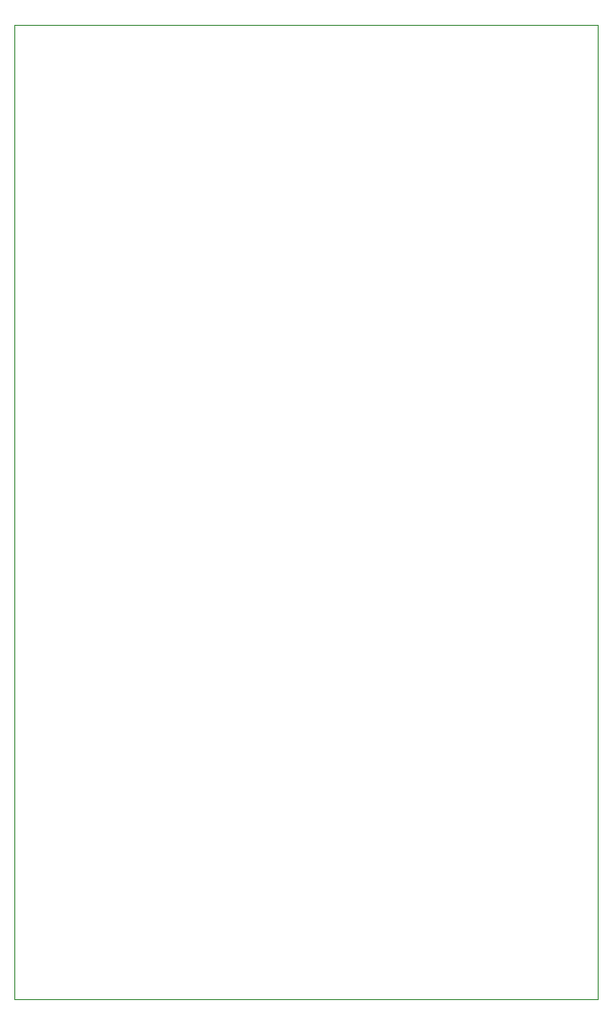
<source format=gtp>
G75*
G70*
%OFA0B0*%
%FSLAX24Y24*%
%IPPOS*%
%LPD*%
%AMOC8*
5,1,8,0,0,1.08239X$1,22.5*
%
%ADD10C,0.0000*%
D10*
X000100Y000100D02*
X000100Y034096D01*
X020470Y034096D01*
X020470Y000100D01*
X000100Y000100D01*
M02*

</source>
